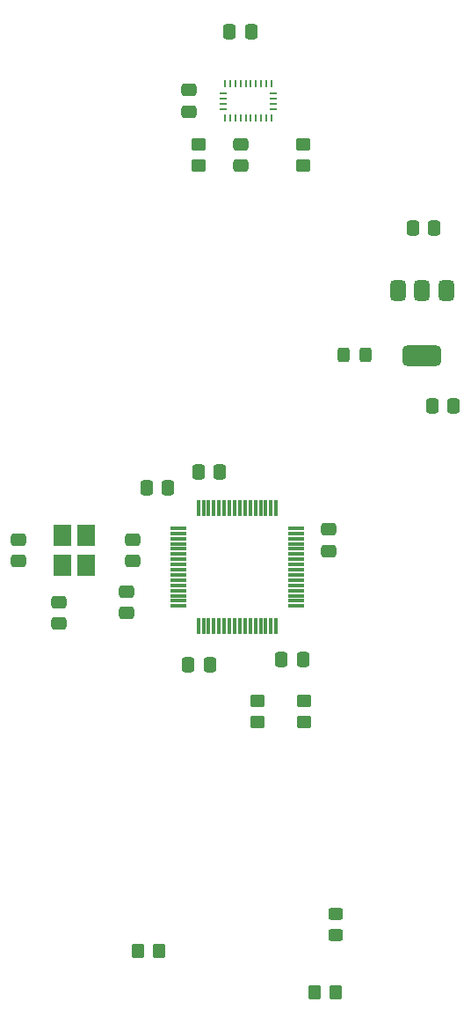
<source format=gtp>
%TF.GenerationSoftware,KiCad,Pcbnew,8.0.8-2.fc41*%
%TF.CreationDate,2025-02-22T17:19:49+01:00*%
%TF.ProjectId,Computy,436f6d70-7574-4792-9e6b-696361645f70,rev?*%
%TF.SameCoordinates,Original*%
%TF.FileFunction,Paste,Top*%
%TF.FilePolarity,Positive*%
%FSLAX46Y46*%
G04 Gerber Fmt 4.6, Leading zero omitted, Abs format (unit mm)*
G04 Created by KiCad (PCBNEW 8.0.8-2.fc41) date 2025-02-22 17:19:49*
%MOMM*%
%LPD*%
G01*
G04 APERTURE LIST*
G04 Aperture macros list*
%AMRoundRect*
0 Rectangle with rounded corners*
0 $1 Rounding radius*
0 $2 $3 $4 $5 $6 $7 $8 $9 X,Y pos of 4 corners*
0 Add a 4 corners polygon primitive as box body*
4,1,4,$2,$3,$4,$5,$6,$7,$8,$9,$2,$3,0*
0 Add four circle primitives for the rounded corners*
1,1,$1+$1,$2,$3*
1,1,$1+$1,$4,$5*
1,1,$1+$1,$6,$7*
1,1,$1+$1,$8,$9*
0 Add four rect primitives between the rounded corners*
20,1,$1+$1,$2,$3,$4,$5,0*
20,1,$1+$1,$4,$5,$6,$7,0*
20,1,$1+$1,$6,$7,$8,$9,0*
20,1,$1+$1,$8,$9,$2,$3,0*%
G04 Aperture macros list end*
%ADD10RoundRect,0.250000X-0.475000X0.337500X-0.475000X-0.337500X0.475000X-0.337500X0.475000X0.337500X0*%
%ADD11RoundRect,0.250000X-0.337500X-0.475000X0.337500X-0.475000X0.337500X0.475000X-0.337500X0.475000X0*%
%ADD12RoundRect,0.250000X0.475000X-0.337500X0.475000X0.337500X-0.475000X0.337500X-0.475000X-0.337500X0*%
%ADD13RoundRect,0.250000X0.337500X0.475000X-0.337500X0.475000X-0.337500X-0.475000X0.337500X-0.475000X0*%
%ADD14RoundRect,0.250000X0.450000X-0.350000X0.450000X0.350000X-0.450000X0.350000X-0.450000X-0.350000X0*%
%ADD15RoundRect,0.250000X0.350000X0.450000X-0.350000X0.450000X-0.350000X-0.450000X0.350000X-0.450000X0*%
%ADD16RoundRect,0.250000X-0.450000X0.325000X-0.450000X-0.325000X0.450000X-0.325000X0.450000X0.325000X0*%
%ADD17R,1.800000X2.100000*%
%ADD18RoundRect,0.250000X0.325000X0.450000X-0.325000X0.450000X-0.325000X-0.450000X0.325000X-0.450000X0*%
%ADD19RoundRect,0.075000X-0.700000X-0.075000X0.700000X-0.075000X0.700000X0.075000X-0.700000X0.075000X0*%
%ADD20RoundRect,0.075000X-0.075000X-0.700000X0.075000X-0.700000X0.075000X0.700000X-0.075000X0.700000X0*%
%ADD21RoundRect,0.375000X-0.375000X0.625000X-0.375000X-0.625000X0.375000X-0.625000X0.375000X0.625000X0*%
%ADD22RoundRect,0.500000X-1.400000X0.500000X-1.400000X-0.500000X1.400000X-0.500000X1.400000X0.500000X0*%
%ADD23R,0.254000X0.675000*%
%ADD24R,0.675000X0.254000*%
%ADD25RoundRect,0.250000X-0.350000X-0.450000X0.350000X-0.450000X0.350000X0.450000X-0.350000X0.450000X0*%
G04 APERTURE END LIST*
D10*
%TO.C,C14*%
X110500000Y-54462500D03*
X110500000Y-56537500D03*
%TD*%
%TO.C,C13*%
X93000000Y-98462500D03*
X93000000Y-100537500D03*
%TD*%
D11*
%TO.C,C12*%
X106462500Y-86000000D03*
X108537500Y-86000000D03*
%TD*%
D12*
%TO.C,C11*%
X99500000Y-99537500D03*
X99500000Y-97462500D03*
%TD*%
D10*
%TO.C,C4*%
X119000000Y-91462500D03*
X119000000Y-93537500D03*
%TD*%
D13*
%TO.C,C3*%
X107537500Y-104500000D03*
X105462500Y-104500000D03*
%TD*%
D11*
%TO.C,C2*%
X114425000Y-104000000D03*
X116500000Y-104000000D03*
%TD*%
%TO.C,C1*%
X101462500Y-87500000D03*
X103537500Y-87500000D03*
%TD*%
D14*
%TO.C,R5*%
X116500000Y-56500000D03*
X116500000Y-54500000D03*
%TD*%
D15*
%TO.C,R2*%
X119637500Y-136000000D03*
X117637500Y-136000000D03*
%TD*%
D16*
%TO.C,D2*%
X119637500Y-128475000D03*
X119637500Y-130525000D03*
%TD*%
D11*
%TO.C,C6*%
X128962500Y-79637500D03*
X131037500Y-79637500D03*
%TD*%
D17*
%TO.C,Y1*%
X93337500Y-92050000D03*
X93337500Y-94950000D03*
X95637500Y-94950000D03*
X95637500Y-92050000D03*
%TD*%
D14*
%TO.C,R6*%
X106500000Y-56500000D03*
X106500000Y-54500000D03*
%TD*%
D18*
%TO.C,D1*%
X122525000Y-74730000D03*
X120475000Y-74730000D03*
%TD*%
D19*
%TO.C,U1*%
X104512500Y-91360000D03*
X104512500Y-91860000D03*
X104512500Y-92360000D03*
X104512500Y-92860000D03*
X104512500Y-93360000D03*
X104512500Y-93860000D03*
X104512500Y-94360000D03*
X104512500Y-94860000D03*
X104512500Y-95360000D03*
X104512500Y-95860000D03*
X104512500Y-96360000D03*
X104512500Y-96860000D03*
X104512500Y-97360000D03*
X104512500Y-97860000D03*
X104512500Y-98360000D03*
X104512500Y-98860000D03*
D20*
X106437500Y-100785000D03*
X106937500Y-100785000D03*
X107437500Y-100785000D03*
X107937500Y-100785000D03*
X108437500Y-100785000D03*
X108937500Y-100785000D03*
X109437500Y-100785000D03*
X109937500Y-100785000D03*
X110437500Y-100785000D03*
X110937500Y-100785000D03*
X111437500Y-100785000D03*
X111937500Y-100785000D03*
X112437500Y-100785000D03*
X112937500Y-100785000D03*
X113437500Y-100785000D03*
X113937500Y-100785000D03*
D19*
X115862500Y-98860000D03*
X115862500Y-98360000D03*
X115862500Y-97860000D03*
X115862500Y-97360000D03*
X115862500Y-96860000D03*
X115862500Y-96360000D03*
X115862500Y-95860000D03*
X115862500Y-95360000D03*
X115862500Y-94860000D03*
X115862500Y-94360000D03*
X115862500Y-93860000D03*
X115862500Y-93360000D03*
X115862500Y-92860000D03*
X115862500Y-92360000D03*
X115862500Y-91860000D03*
X115862500Y-91360000D03*
D20*
X113937500Y-89435000D03*
X113437500Y-89435000D03*
X112937500Y-89435000D03*
X112437500Y-89435000D03*
X111937500Y-89435000D03*
X111437500Y-89435000D03*
X110937500Y-89435000D03*
X110437500Y-89435000D03*
X109937500Y-89435000D03*
X109437500Y-89435000D03*
X108937500Y-89435000D03*
X108437500Y-89435000D03*
X107937500Y-89435000D03*
X107437500Y-89435000D03*
X106937500Y-89435000D03*
X106437500Y-89435000D03*
%TD*%
D21*
%TO.C,U2*%
X130300000Y-68487500D03*
X128000000Y-68487500D03*
D22*
X128000000Y-74787500D03*
D21*
X125700000Y-68487500D03*
%TD*%
D14*
%TO.C,R4*%
X116637500Y-110000000D03*
X116637500Y-108000000D03*
%TD*%
D11*
%TO.C,C5*%
X127100000Y-62500000D03*
X129175000Y-62500000D03*
%TD*%
D12*
%TO.C,C8*%
X100137500Y-94537500D03*
X100137500Y-92462500D03*
%TD*%
D13*
%TO.C,C9*%
X111537500Y-43637500D03*
X109462500Y-43637500D03*
%TD*%
D23*
%TO.C,U3*%
X109000000Y-48637500D03*
D24*
X108862500Y-49550000D03*
X108862500Y-50050000D03*
X108862500Y-50550000D03*
X108862500Y-51050000D03*
D23*
X109000000Y-51962500D03*
X109500000Y-51962500D03*
X110000000Y-51962500D03*
X110500000Y-51962500D03*
X111000000Y-51962500D03*
X111500000Y-51962500D03*
X112000000Y-51962500D03*
X112500000Y-51962500D03*
X113000000Y-51962500D03*
X113500000Y-51962500D03*
D24*
X113637500Y-51050000D03*
X113637500Y-50550000D03*
X113637500Y-50050000D03*
X113637500Y-49550000D03*
D23*
X113500000Y-48637500D03*
X113000000Y-48637500D03*
X112500000Y-48637500D03*
X112000000Y-48637500D03*
X111500000Y-48637500D03*
X111000000Y-48637500D03*
X110500000Y-48637500D03*
X110000000Y-48637500D03*
X109500000Y-48637500D03*
%TD*%
D14*
%TO.C,R3*%
X112137500Y-110000000D03*
X112137500Y-108000000D03*
%TD*%
D10*
%TO.C,C7*%
X89137500Y-92462500D03*
X89137500Y-94537500D03*
%TD*%
D25*
%TO.C,R1*%
X100637500Y-132000000D03*
X102637500Y-132000000D03*
%TD*%
D10*
%TO.C,C10*%
X105500000Y-49237500D03*
X105500000Y-51312500D03*
%TD*%
M02*

</source>
